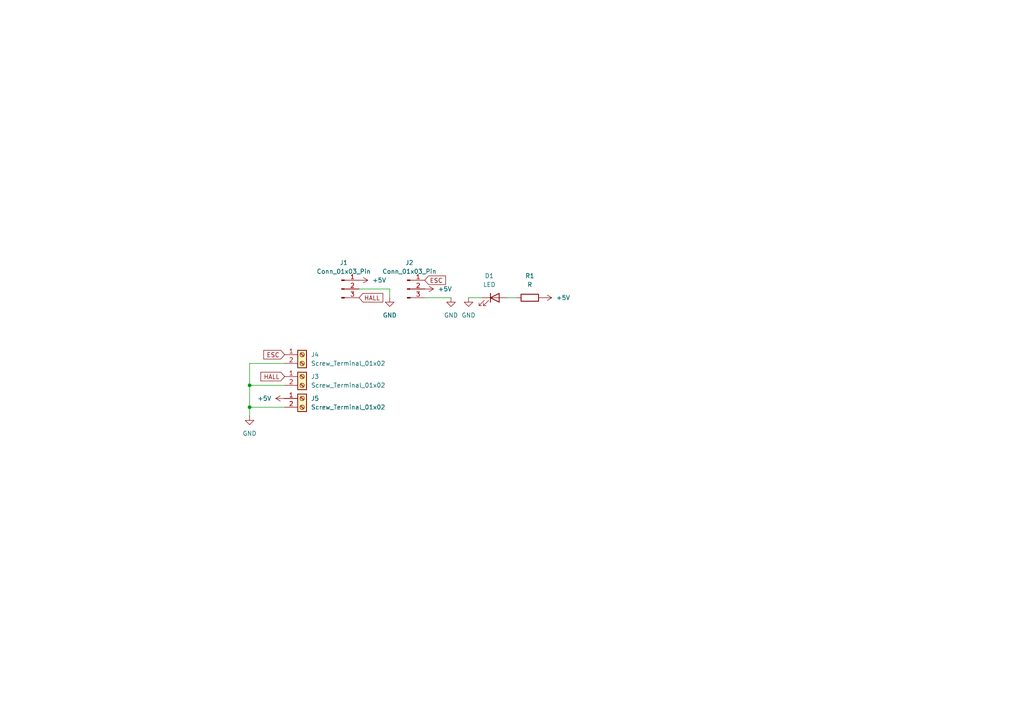
<source format=kicad_sch>
(kicad_sch
	(version 20250114)
	(generator "eeschema")
	(generator_version "9.0")
	(uuid "131dbee1-75dd-48ac-895c-a8c2c0e267a9")
	(paper "A4")
	(lib_symbols
		(symbol "Connector:Conn_01x03_Pin"
			(pin_names
				(offset 1.016)
				(hide yes)
			)
			(exclude_from_sim no)
			(in_bom yes)
			(on_board yes)
			(property "Reference" "J"
				(at 0 5.08 0)
				(effects
					(font
						(size 1.27 1.27)
					)
				)
			)
			(property "Value" "Conn_01x03_Pin"
				(at 0 -5.08 0)
				(effects
					(font
						(size 1.27 1.27)
					)
				)
			)
			(property "Footprint" ""
				(at 0 0 0)
				(effects
					(font
						(size 1.27 1.27)
					)
					(hide yes)
				)
			)
			(property "Datasheet" "~"
				(at 0 0 0)
				(effects
					(font
						(size 1.27 1.27)
					)
					(hide yes)
				)
			)
			(property "Description" "Generic connector, single row, 01x03, script generated"
				(at 0 0 0)
				(effects
					(font
						(size 1.27 1.27)
					)
					(hide yes)
				)
			)
			(property "ki_locked" ""
				(at 0 0 0)
				(effects
					(font
						(size 1.27 1.27)
					)
				)
			)
			(property "ki_keywords" "connector"
				(at 0 0 0)
				(effects
					(font
						(size 1.27 1.27)
					)
					(hide yes)
				)
			)
			(property "ki_fp_filters" "Connector*:*_1x??_*"
				(at 0 0 0)
				(effects
					(font
						(size 1.27 1.27)
					)
					(hide yes)
				)
			)
			(symbol "Conn_01x03_Pin_1_1"
				(rectangle
					(start 0.8636 2.667)
					(end 0 2.413)
					(stroke
						(width 0.1524)
						(type default)
					)
					(fill
						(type outline)
					)
				)
				(rectangle
					(start 0.8636 0.127)
					(end 0 -0.127)
					(stroke
						(width 0.1524)
						(type default)
					)
					(fill
						(type outline)
					)
				)
				(rectangle
					(start 0.8636 -2.413)
					(end 0 -2.667)
					(stroke
						(width 0.1524)
						(type default)
					)
					(fill
						(type outline)
					)
				)
				(polyline
					(pts
						(xy 1.27 2.54) (xy 0.8636 2.54)
					)
					(stroke
						(width 0.1524)
						(type default)
					)
					(fill
						(type none)
					)
				)
				(polyline
					(pts
						(xy 1.27 0) (xy 0.8636 0)
					)
					(stroke
						(width 0.1524)
						(type default)
					)
					(fill
						(type none)
					)
				)
				(polyline
					(pts
						(xy 1.27 -2.54) (xy 0.8636 -2.54)
					)
					(stroke
						(width 0.1524)
						(type default)
					)
					(fill
						(type none)
					)
				)
				(pin passive line
					(at 5.08 2.54 180)
					(length 3.81)
					(name "Pin_1"
						(effects
							(font
								(size 1.27 1.27)
							)
						)
					)
					(number "1"
						(effects
							(font
								(size 1.27 1.27)
							)
						)
					)
				)
				(pin passive line
					(at 5.08 0 180)
					(length 3.81)
					(name "Pin_2"
						(effects
							(font
								(size 1.27 1.27)
							)
						)
					)
					(number "2"
						(effects
							(font
								(size 1.27 1.27)
							)
						)
					)
				)
				(pin passive line
					(at 5.08 -2.54 180)
					(length 3.81)
					(name "Pin_3"
						(effects
							(font
								(size 1.27 1.27)
							)
						)
					)
					(number "3"
						(effects
							(font
								(size 1.27 1.27)
							)
						)
					)
				)
			)
			(embedded_fonts no)
		)
		(symbol "Connector:Screw_Terminal_01x02"
			(pin_names
				(offset 1.016)
				(hide yes)
			)
			(exclude_from_sim no)
			(in_bom yes)
			(on_board yes)
			(property "Reference" "J"
				(at 0 2.54 0)
				(effects
					(font
						(size 1.27 1.27)
					)
				)
			)
			(property "Value" "Screw_Terminal_01x02"
				(at 0 -5.08 0)
				(effects
					(font
						(size 1.27 1.27)
					)
				)
			)
			(property "Footprint" ""
				(at 0 0 0)
				(effects
					(font
						(size 1.27 1.27)
					)
					(hide yes)
				)
			)
			(property "Datasheet" "~"
				(at 0 0 0)
				(effects
					(font
						(size 1.27 1.27)
					)
					(hide yes)
				)
			)
			(property "Description" "Generic screw terminal, single row, 01x02, script generated (kicad-library-utils/schlib/autogen/connector/)"
				(at 0 0 0)
				(effects
					(font
						(size 1.27 1.27)
					)
					(hide yes)
				)
			)
			(property "ki_keywords" "screw terminal"
				(at 0 0 0)
				(effects
					(font
						(size 1.27 1.27)
					)
					(hide yes)
				)
			)
			(property "ki_fp_filters" "TerminalBlock*:*"
				(at 0 0 0)
				(effects
					(font
						(size 1.27 1.27)
					)
					(hide yes)
				)
			)
			(symbol "Screw_Terminal_01x02_1_1"
				(rectangle
					(start -1.27 1.27)
					(end 1.27 -3.81)
					(stroke
						(width 0.254)
						(type default)
					)
					(fill
						(type background)
					)
				)
				(polyline
					(pts
						(xy -0.5334 0.3302) (xy 0.3302 -0.508)
					)
					(stroke
						(width 0.1524)
						(type default)
					)
					(fill
						(type none)
					)
				)
				(polyline
					(pts
						(xy -0.5334 -2.2098) (xy 0.3302 -3.048)
					)
					(stroke
						(width 0.1524)
						(type default)
					)
					(fill
						(type none)
					)
				)
				(polyline
					(pts
						(xy -0.3556 0.508) (xy 0.508 -0.3302)
					)
					(stroke
						(width 0.1524)
						(type default)
					)
					(fill
						(type none)
					)
				)
				(polyline
					(pts
						(xy -0.3556 -2.032) (xy 0.508 -2.8702)
					)
					(stroke
						(width 0.1524)
						(type default)
					)
					(fill
						(type none)
					)
				)
				(circle
					(center 0 0)
					(radius 0.635)
					(stroke
						(width 0.1524)
						(type default)
					)
					(fill
						(type none)
					)
				)
				(circle
					(center 0 -2.54)
					(radius 0.635)
					(stroke
						(width 0.1524)
						(type default)
					)
					(fill
						(type none)
					)
				)
				(pin passive line
					(at -5.08 0 0)
					(length 3.81)
					(name "Pin_1"
						(effects
							(font
								(size 1.27 1.27)
							)
						)
					)
					(number "1"
						(effects
							(font
								(size 1.27 1.27)
							)
						)
					)
				)
				(pin passive line
					(at -5.08 -2.54 0)
					(length 3.81)
					(name "Pin_2"
						(effects
							(font
								(size 1.27 1.27)
							)
						)
					)
					(number "2"
						(effects
							(font
								(size 1.27 1.27)
							)
						)
					)
				)
			)
			(embedded_fonts no)
		)
		(symbol "Device:LED"
			(pin_numbers
				(hide yes)
			)
			(pin_names
				(offset 1.016)
				(hide yes)
			)
			(exclude_from_sim no)
			(in_bom yes)
			(on_board yes)
			(property "Reference" "D"
				(at 0 2.54 0)
				(effects
					(font
						(size 1.27 1.27)
					)
				)
			)
			(property "Value" "LED"
				(at 0 -2.54 0)
				(effects
					(font
						(size 1.27 1.27)
					)
				)
			)
			(property "Footprint" ""
				(at 0 0 0)
				(effects
					(font
						(size 1.27 1.27)
					)
					(hide yes)
				)
			)
			(property "Datasheet" "~"
				(at 0 0 0)
				(effects
					(font
						(size 1.27 1.27)
					)
					(hide yes)
				)
			)
			(property "Description" "Light emitting diode"
				(at 0 0 0)
				(effects
					(font
						(size 1.27 1.27)
					)
					(hide yes)
				)
			)
			(property "Sim.Pins" "1=K 2=A"
				(at 0 0 0)
				(effects
					(font
						(size 1.27 1.27)
					)
					(hide yes)
				)
			)
			(property "ki_keywords" "LED diode"
				(at 0 0 0)
				(effects
					(font
						(size 1.27 1.27)
					)
					(hide yes)
				)
			)
			(property "ki_fp_filters" "LED* LED_SMD:* LED_THT:*"
				(at 0 0 0)
				(effects
					(font
						(size 1.27 1.27)
					)
					(hide yes)
				)
			)
			(symbol "LED_0_1"
				(polyline
					(pts
						(xy -3.048 -0.762) (xy -4.572 -2.286) (xy -3.81 -2.286) (xy -4.572 -2.286) (xy -4.572 -1.524)
					)
					(stroke
						(width 0)
						(type default)
					)
					(fill
						(type none)
					)
				)
				(polyline
					(pts
						(xy -1.778 -0.762) (xy -3.302 -2.286) (xy -2.54 -2.286) (xy -3.302 -2.286) (xy -3.302 -1.524)
					)
					(stroke
						(width 0)
						(type default)
					)
					(fill
						(type none)
					)
				)
				(polyline
					(pts
						(xy -1.27 0) (xy 1.27 0)
					)
					(stroke
						(width 0)
						(type default)
					)
					(fill
						(type none)
					)
				)
				(polyline
					(pts
						(xy -1.27 -1.27) (xy -1.27 1.27)
					)
					(stroke
						(width 0.254)
						(type default)
					)
					(fill
						(type none)
					)
				)
				(polyline
					(pts
						(xy 1.27 -1.27) (xy 1.27 1.27) (xy -1.27 0) (xy 1.27 -1.27)
					)
					(stroke
						(width 0.254)
						(type default)
					)
					(fill
						(type none)
					)
				)
			)
			(symbol "LED_1_1"
				(pin passive line
					(at -3.81 0 0)
					(length 2.54)
					(name "K"
						(effects
							(font
								(size 1.27 1.27)
							)
						)
					)
					(number "1"
						(effects
							(font
								(size 1.27 1.27)
							)
						)
					)
				)
				(pin passive line
					(at 3.81 0 180)
					(length 2.54)
					(name "A"
						(effects
							(font
								(size 1.27 1.27)
							)
						)
					)
					(number "2"
						(effects
							(font
								(size 1.27 1.27)
							)
						)
					)
				)
			)
			(embedded_fonts no)
		)
		(symbol "Device:R"
			(pin_numbers
				(hide yes)
			)
			(pin_names
				(offset 0)
			)
			(exclude_from_sim no)
			(in_bom yes)
			(on_board yes)
			(property "Reference" "R"
				(at 2.032 0 90)
				(effects
					(font
						(size 1.27 1.27)
					)
				)
			)
			(property "Value" "R"
				(at 0 0 90)
				(effects
					(font
						(size 1.27 1.27)
					)
				)
			)
			(property "Footprint" ""
				(at -1.778 0 90)
				(effects
					(font
						(size 1.27 1.27)
					)
					(hide yes)
				)
			)
			(property "Datasheet" "~"
				(at 0 0 0)
				(effects
					(font
						(size 1.27 1.27)
					)
					(hide yes)
				)
			)
			(property "Description" "Resistor"
				(at 0 0 0)
				(effects
					(font
						(size 1.27 1.27)
					)
					(hide yes)
				)
			)
			(property "ki_keywords" "R res resistor"
				(at 0 0 0)
				(effects
					(font
						(size 1.27 1.27)
					)
					(hide yes)
				)
			)
			(property "ki_fp_filters" "R_*"
				(at 0 0 0)
				(effects
					(font
						(size 1.27 1.27)
					)
					(hide yes)
				)
			)
			(symbol "R_0_1"
				(rectangle
					(start -1.016 -2.54)
					(end 1.016 2.54)
					(stroke
						(width 0.254)
						(type default)
					)
					(fill
						(type none)
					)
				)
			)
			(symbol "R_1_1"
				(pin passive line
					(at 0 3.81 270)
					(length 1.27)
					(name "~"
						(effects
							(font
								(size 1.27 1.27)
							)
						)
					)
					(number "1"
						(effects
							(font
								(size 1.27 1.27)
							)
						)
					)
				)
				(pin passive line
					(at 0 -3.81 90)
					(length 1.27)
					(name "~"
						(effects
							(font
								(size 1.27 1.27)
							)
						)
					)
					(number "2"
						(effects
							(font
								(size 1.27 1.27)
							)
						)
					)
				)
			)
			(embedded_fonts no)
		)
		(symbol "power:+5V"
			(power)
			(pin_numbers
				(hide yes)
			)
			(pin_names
				(offset 0)
				(hide yes)
			)
			(exclude_from_sim no)
			(in_bom yes)
			(on_board yes)
			(property "Reference" "#PWR"
				(at 0 -3.81 0)
				(effects
					(font
						(size 1.27 1.27)
					)
					(hide yes)
				)
			)
			(property "Value" "+5V"
				(at 0 3.556 0)
				(effects
					(font
						(size 1.27 1.27)
					)
				)
			)
			(property "Footprint" ""
				(at 0 0 0)
				(effects
					(font
						(size 1.27 1.27)
					)
					(hide yes)
				)
			)
			(property "Datasheet" ""
				(at 0 0 0)
				(effects
					(font
						(size 1.27 1.27)
					)
					(hide yes)
				)
			)
			(property "Description" "Power symbol creates a global label with name \"+5V\""
				(at 0 0 0)
				(effects
					(font
						(size 1.27 1.27)
					)
					(hide yes)
				)
			)
			(property "ki_keywords" "global power"
				(at 0 0 0)
				(effects
					(font
						(size 1.27 1.27)
					)
					(hide yes)
				)
			)
			(symbol "+5V_0_1"
				(polyline
					(pts
						(xy -0.762 1.27) (xy 0 2.54)
					)
					(stroke
						(width 0)
						(type default)
					)
					(fill
						(type none)
					)
				)
				(polyline
					(pts
						(xy 0 2.54) (xy 0.762 1.27)
					)
					(stroke
						(width 0)
						(type default)
					)
					(fill
						(type none)
					)
				)
				(polyline
					(pts
						(xy 0 0) (xy 0 2.54)
					)
					(stroke
						(width 0)
						(type default)
					)
					(fill
						(type none)
					)
				)
			)
			(symbol "+5V_1_1"
				(pin power_in line
					(at 0 0 90)
					(length 0)
					(name "~"
						(effects
							(font
								(size 1.27 1.27)
							)
						)
					)
					(number "1"
						(effects
							(font
								(size 1.27 1.27)
							)
						)
					)
				)
			)
			(embedded_fonts no)
		)
		(symbol "power:GND"
			(power)
			(pin_numbers
				(hide yes)
			)
			(pin_names
				(offset 0)
				(hide yes)
			)
			(exclude_from_sim no)
			(in_bom yes)
			(on_board yes)
			(property "Reference" "#PWR"
				(at 0 -6.35 0)
				(effects
					(font
						(size 1.27 1.27)
					)
					(hide yes)
				)
			)
			(property "Value" "GND"
				(at 0 -3.81 0)
				(effects
					(font
						(size 1.27 1.27)
					)
				)
			)
			(property "Footprint" ""
				(at 0 0 0)
				(effects
					(font
						(size 1.27 1.27)
					)
					(hide yes)
				)
			)
			(property "Datasheet" ""
				(at 0 0 0)
				(effects
					(font
						(size 1.27 1.27)
					)
					(hide yes)
				)
			)
			(property "Description" "Power symbol creates a global label with name \"GND\" , ground"
				(at 0 0 0)
				(effects
					(font
						(size 1.27 1.27)
					)
					(hide yes)
				)
			)
			(property "ki_keywords" "global power"
				(at 0 0 0)
				(effects
					(font
						(size 1.27 1.27)
					)
					(hide yes)
				)
			)
			(symbol "GND_0_1"
				(polyline
					(pts
						(xy 0 0) (xy 0 -1.27) (xy 1.27 -1.27) (xy 0 -2.54) (xy -1.27 -1.27) (xy 0 -1.27)
					)
					(stroke
						(width 0)
						(type default)
					)
					(fill
						(type none)
					)
				)
			)
			(symbol "GND_1_1"
				(pin power_in line
					(at 0 0 270)
					(length 0)
					(name "~"
						(effects
							(font
								(size 1.27 1.27)
							)
						)
					)
					(number "1"
						(effects
							(font
								(size 1.27 1.27)
							)
						)
					)
				)
			)
			(embedded_fonts no)
		)
	)
	(junction
		(at 72.39 111.76)
		(diameter 0)
		(color 0 0 0 0)
		(uuid "28f4dca4-4c25-4fe1-957c-84665544d460")
	)
	(junction
		(at 72.39 118.11)
		(diameter 0)
		(color 0 0 0 0)
		(uuid "d65c7c1f-b4c9-472b-abfd-5926d8b8ad78")
	)
	(wire
		(pts
			(xy 72.39 105.41) (xy 72.39 111.76)
		)
		(stroke
			(width 0)
			(type default)
		)
		(uuid "00e63a44-fe81-4bf7-9e66-3813588f7780")
	)
	(wire
		(pts
			(xy 135.89 86.36) (xy 139.7 86.36)
		)
		(stroke
			(width 0)
			(type default)
		)
		(uuid "087f209f-6f4e-437c-9440-1e4ff6caeb91")
	)
	(wire
		(pts
			(xy 72.39 111.76) (xy 82.55 111.76)
		)
		(stroke
			(width 0)
			(type default)
		)
		(uuid "0b27cb79-5f22-4e4d-a287-298fad6b5ad9")
	)
	(wire
		(pts
			(xy 72.39 118.11) (xy 72.39 120.65)
		)
		(stroke
			(width 0)
			(type default)
		)
		(uuid "13082c9a-522f-4bc6-a43b-c8fe36353f87")
	)
	(wire
		(pts
			(xy 72.39 111.76) (xy 72.39 118.11)
		)
		(stroke
			(width 0)
			(type default)
		)
		(uuid "335d6d10-be1f-4cea-8758-c3d574edb433")
	)
	(wire
		(pts
			(xy 82.55 105.41) (xy 72.39 105.41)
		)
		(stroke
			(width 0)
			(type default)
		)
		(uuid "34f3a3a9-ee16-478b-89ef-2385b1ff42f8")
	)
	(wire
		(pts
			(xy 72.39 118.11) (xy 82.55 118.11)
		)
		(stroke
			(width 0)
			(type default)
		)
		(uuid "3e22bc6c-b7b8-46f2-91d7-b4b8e57bc817")
	)
	(wire
		(pts
			(xy 147.32 86.36) (xy 149.86 86.36)
		)
		(stroke
			(width 0)
			(type default)
		)
		(uuid "555c2aff-6767-4c9a-ad6d-145a7d5b61d4")
	)
	(wire
		(pts
			(xy 113.03 83.82) (xy 113.03 86.36)
		)
		(stroke
			(width 0)
			(type default)
		)
		(uuid "63748eeb-af68-4857-bf35-dd6f7e0ab0af")
	)
	(wire
		(pts
			(xy 104.14 83.82) (xy 113.03 83.82)
		)
		(stroke
			(width 0)
			(type default)
		)
		(uuid "c0f5f4a4-6841-495c-81aa-f024ee23dca6")
	)
	(wire
		(pts
			(xy 123.19 86.36) (xy 130.81 86.36)
		)
		(stroke
			(width 0)
			(type default)
		)
		(uuid "e5baa8bb-3b16-4831-890f-3ee243331f0f")
	)
	(global_label "ESC"
		(shape input)
		(at 123.19 81.28 0)
		(fields_autoplaced yes)
		(effects
			(font
				(size 1.27 1.27)
			)
			(justify left)
		)
		(uuid "349418bd-3c5c-4990-9420-0cab51e1a7b7")
		(property "Intersheetrefs" "${INTERSHEET_REFS}"
			(at 129.8037 81.28 0)
			(effects
				(font
					(size 1.27 1.27)
				)
				(justify left)
				(hide yes)
			)
		)
	)
	(global_label "ESC"
		(shape input)
		(at 82.55 102.87 180)
		(fields_autoplaced yes)
		(effects
			(font
				(size 1.27 1.27)
			)
			(justify right)
		)
		(uuid "43efe032-4543-48ee-8b07-df43f8f54f24")
		(property "Intersheetrefs" "${INTERSHEET_REFS}"
			(at 75.9363 102.87 0)
			(effects
				(font
					(size 1.27 1.27)
				)
				(justify right)
				(hide yes)
			)
		)
	)
	(global_label "HALL"
		(shape input)
		(at 104.14 86.36 0)
		(fields_autoplaced yes)
		(effects
			(font
				(size 1.27 1.27)
			)
			(justify left)
		)
		(uuid "48007080-729c-4c57-b619-be7c051a6072")
		(property "Intersheetrefs" "${INTERSHEET_REFS}"
			(at 111.6005 86.36 0)
			(effects
				(font
					(size 1.27 1.27)
				)
				(justify left)
				(hide yes)
			)
		)
	)
	(global_label "HALL"
		(shape input)
		(at 82.55 109.22 180)
		(fields_autoplaced yes)
		(effects
			(font
				(size 1.27 1.27)
			)
			(justify right)
		)
		(uuid "ff9cd531-26c6-4b1d-9c0e-6f3a9d57ed6c")
		(property "Intersheetrefs" "${INTERSHEET_REFS}"
			(at 75.0895 109.22 0)
			(effects
				(font
					(size 1.27 1.27)
				)
				(justify right)
				(hide yes)
			)
		)
	)
	(symbol
		(lib_id "Connector:Conn_01x03_Pin")
		(at 99.06 83.82 0)
		(unit 1)
		(exclude_from_sim no)
		(in_bom yes)
		(on_board yes)
		(dnp no)
		(fields_autoplaced yes)
		(uuid "02b1fed0-ff3a-430f-bffd-6998b9c4c73f")
		(property "Reference" "J1"
			(at 99.695 76.2 0)
			(effects
				(font
					(size 1.27 1.27)
				)
			)
		)
		(property "Value" "Conn_01x03_Pin"
			(at 99.695 78.74 0)
			(effects
				(font
					(size 1.27 1.27)
				)
			)
		)
		(property "Footprint" "Connector_PinSocket_2.54mm:PinSocket_1x03_P2.54mm_Vertical"
			(at 99.06 83.82 0)
			(effects
				(font
					(size 1.27 1.27)
				)
				(hide yes)
			)
		)
		(property "Datasheet" "~"
			(at 99.06 83.82 0)
			(effects
				(font
					(size 1.27 1.27)
				)
				(hide yes)
			)
		)
		(property "Description" "Generic connector, single row, 01x03, script generated"
			(at 99.06 83.82 0)
			(effects
				(font
					(size 1.27 1.27)
				)
				(hide yes)
			)
		)
		(pin "1"
			(uuid "08c4734a-a377-4b26-a038-77581f97ea5b")
		)
		(pin "2"
			(uuid "34c675a1-3461-474b-9fc8-9938bdedbd86")
		)
		(pin "3"
			(uuid "54eef572-c92e-4155-a129-9e28b391950c")
		)
		(instances
			(project ""
				(path "/131dbee1-75dd-48ac-895c-a8c2c0e267a9"
					(reference "J1")
					(unit 1)
				)
			)
		)
	)
	(symbol
		(lib_id "power:+5V")
		(at 157.48 86.36 270)
		(unit 1)
		(exclude_from_sim no)
		(in_bom yes)
		(on_board yes)
		(dnp no)
		(fields_autoplaced yes)
		(uuid "0ff552b9-81be-4cc3-a23e-35c36a66390c")
		(property "Reference" "#PWR06"
			(at 153.67 86.36 0)
			(effects
				(font
					(size 1.27 1.27)
				)
				(hide yes)
			)
		)
		(property "Value" "+5V"
			(at 161.29 86.3599 90)
			(effects
				(font
					(size 1.27 1.27)
				)
				(justify left)
			)
		)
		(property "Footprint" ""
			(at 157.48 86.36 0)
			(effects
				(font
					(size 1.27 1.27)
				)
				(hide yes)
			)
		)
		(property "Datasheet" ""
			(at 157.48 86.36 0)
			(effects
				(font
					(size 1.27 1.27)
				)
				(hide yes)
			)
		)
		(property "Description" "Power symbol creates a global label with name \"+5V\""
			(at 157.48 86.36 0)
			(effects
				(font
					(size 1.27 1.27)
				)
				(hide yes)
			)
		)
		(pin "1"
			(uuid "a6ac067c-d9d1-4614-99e1-709f5cd1ec58")
		)
		(instances
			(project "Daughterboard"
				(path "/131dbee1-75dd-48ac-895c-a8c2c0e267a9"
					(reference "#PWR06")
					(unit 1)
				)
			)
		)
	)
	(symbol
		(lib_id "Device:LED")
		(at 143.51 86.36 0)
		(unit 1)
		(exclude_from_sim no)
		(in_bom yes)
		(on_board yes)
		(dnp no)
		(fields_autoplaced yes)
		(uuid "23e38015-f9d3-4f54-b6df-02dac629381a")
		(property "Reference" "D1"
			(at 141.9225 80.01 0)
			(effects
				(font
					(size 1.27 1.27)
				)
			)
		)
		(property "Value" "LED"
			(at 141.9225 82.55 0)
			(effects
				(font
					(size 1.27 1.27)
				)
			)
		)
		(property "Footprint" "LED_THT:LED_D5.0mm"
			(at 143.51 86.36 0)
			(effects
				(font
					(size 1.27 1.27)
				)
				(hide yes)
			)
		)
		(property "Datasheet" "~"
			(at 143.51 86.36 0)
			(effects
				(font
					(size 1.27 1.27)
				)
				(hide yes)
			)
		)
		(property "Description" "Light emitting diode"
			(at 143.51 86.36 0)
			(effects
				(font
					(size 1.27 1.27)
				)
				(hide yes)
			)
		)
		(property "Sim.Pins" "1=K 2=A"
			(at 143.51 86.36 0)
			(effects
				(font
					(size 1.27 1.27)
				)
				(hide yes)
			)
		)
		(pin "2"
			(uuid "873ab26d-2362-4ef7-ba88-4efa13a77ada")
		)
		(pin "1"
			(uuid "87a243c0-e0ee-4f70-8cf2-c711a192d3e1")
		)
		(instances
			(project ""
				(path "/131dbee1-75dd-48ac-895c-a8c2c0e267a9"
					(reference "D1")
					(unit 1)
				)
			)
		)
	)
	(symbol
		(lib_id "Connector:Conn_01x03_Pin")
		(at 118.11 83.82 0)
		(unit 1)
		(exclude_from_sim no)
		(in_bom yes)
		(on_board yes)
		(dnp no)
		(fields_autoplaced yes)
		(uuid "30cb7ee6-df81-4aa0-b00a-895579fd7c23")
		(property "Reference" "J2"
			(at 118.745 76.2 0)
			(effects
				(font
					(size 1.27 1.27)
				)
			)
		)
		(property "Value" "Conn_01x03_Pin"
			(at 118.745 78.74 0)
			(effects
				(font
					(size 1.27 1.27)
				)
			)
		)
		(property "Footprint" "Connector_PinSocket_2.54mm:PinSocket_1x03_P2.54mm_Vertical"
			(at 118.11 83.82 0)
			(effects
				(font
					(size 1.27 1.27)
				)
				(hide yes)
			)
		)
		(property "Datasheet" "~"
			(at 118.11 83.82 0)
			(effects
				(font
					(size 1.27 1.27)
				)
				(hide yes)
			)
		)
		(property "Description" "Generic connector, single row, 01x03, script generated"
			(at 118.11 83.82 0)
			(effects
				(font
					(size 1.27 1.27)
				)
				(hide yes)
			)
		)
		(pin "1"
			(uuid "1a2f5905-c490-4393-88e8-1594d76304c4")
		)
		(pin "2"
			(uuid "b52d1d7e-5f47-463e-8c86-71d7fce2d552")
		)
		(pin "3"
			(uuid "8c4b585b-eddb-4ed4-b09a-cdab1e6fe372")
		)
		(instances
			(project "Daughterboard"
				(path "/131dbee1-75dd-48ac-895c-a8c2c0e267a9"
					(reference "J2")
					(unit 1)
				)
			)
		)
	)
	(symbol
		(lib_id "power:+5V")
		(at 104.14 81.28 270)
		(unit 1)
		(exclude_from_sim no)
		(in_bom yes)
		(on_board yes)
		(dnp no)
		(fields_autoplaced yes)
		(uuid "37066d2f-0f60-4340-b9b1-022078e38f29")
		(property "Reference" "#PWR03"
			(at 100.33 81.28 0)
			(effects
				(font
					(size 1.27 1.27)
				)
				(hide yes)
			)
		)
		(property "Value" "+5V"
			(at 107.95 81.2799 90)
			(effects
				(font
					(size 1.27 1.27)
				)
				(justify left)
			)
		)
		(property "Footprint" ""
			(at 104.14 81.28 0)
			(effects
				(font
					(size 1.27 1.27)
				)
				(hide yes)
			)
		)
		(property "Datasheet" ""
			(at 104.14 81.28 0)
			(effects
				(font
					(size 1.27 1.27)
				)
				(hide yes)
			)
		)
		(property "Description" "Power symbol creates a global label with name \"+5V\""
			(at 104.14 81.28 0)
			(effects
				(font
					(size 1.27 1.27)
				)
				(hide yes)
			)
		)
		(pin "1"
			(uuid "7fe22938-acfa-4be4-bcf2-c0104fe92dd9")
		)
		(instances
			(project "Daughterboard"
				(path "/131dbee1-75dd-48ac-895c-a8c2c0e267a9"
					(reference "#PWR03")
					(unit 1)
				)
			)
		)
	)
	(symbol
		(lib_id "Connector:Screw_Terminal_01x02")
		(at 87.63 115.57 0)
		(unit 1)
		(exclude_from_sim no)
		(in_bom yes)
		(on_board yes)
		(dnp no)
		(fields_autoplaced yes)
		(uuid "5cb0a22b-b961-4408-a369-13facf58da79")
		(property "Reference" "J5"
			(at 90.17 115.5699 0)
			(effects
				(font
					(size 1.27 1.27)
				)
				(justify left)
			)
		)
		(property "Value" "Screw_Terminal_01x02"
			(at 90.17 118.1099 0)
			(effects
				(font
					(size 1.27 1.27)
				)
				(justify left)
			)
		)
		(property "Footprint" "TerminalBlock_4Ucon:TerminalBlock_4Ucon_1x02_P3.50mm_Vertical"
			(at 87.63 115.57 0)
			(effects
				(font
					(size 1.27 1.27)
				)
				(hide yes)
			)
		)
		(property "Datasheet" "~"
			(at 87.63 115.57 0)
			(effects
				(font
					(size 1.27 1.27)
				)
				(hide yes)
			)
		)
		(property "Description" "Generic screw terminal, single row, 01x02, script generated (kicad-library-utils/schlib/autogen/connector/)"
			(at 87.63 115.57 0)
			(effects
				(font
					(size 1.27 1.27)
				)
				(hide yes)
			)
		)
		(pin "1"
			(uuid "8fd88e46-0fbf-4b9d-bdff-dd2829d41585")
		)
		(pin "2"
			(uuid "a44d8bfe-d1eb-4e44-a1ef-2d0d47483a17")
		)
		(instances
			(project "Daughterboard"
				(path "/131dbee1-75dd-48ac-895c-a8c2c0e267a9"
					(reference "J5")
					(unit 1)
				)
			)
		)
	)
	(symbol
		(lib_id "power:GND")
		(at 72.39 120.65 0)
		(unit 1)
		(exclude_from_sim no)
		(in_bom yes)
		(on_board yes)
		(dnp no)
		(fields_autoplaced yes)
		(uuid "67996049-0cb4-4b47-a491-f7d514de33b0")
		(property "Reference" "#PWR07"
			(at 72.39 127 0)
			(effects
				(font
					(size 1.27 1.27)
				)
				(hide yes)
			)
		)
		(property "Value" "GND"
			(at 72.39 125.73 0)
			(effects
				(font
					(size 1.27 1.27)
				)
			)
		)
		(property "Footprint" ""
			(at 72.39 120.65 0)
			(effects
				(font
					(size 1.27 1.27)
				)
				(hide yes)
			)
		)
		(property "Datasheet" ""
			(at 72.39 120.65 0)
			(effects
				(font
					(size 1.27 1.27)
				)
				(hide yes)
			)
		)
		(property "Description" "Power symbol creates a global label with name \"GND\" , ground"
			(at 72.39 120.65 0)
			(effects
				(font
					(size 1.27 1.27)
				)
				(hide yes)
			)
		)
		(pin "1"
			(uuid "1dc700aa-5eb7-4b35-b5a3-ec2aeac60641")
		)
		(instances
			(project "Daughterboard"
				(path "/131dbee1-75dd-48ac-895c-a8c2c0e267a9"
					(reference "#PWR07")
					(unit 1)
				)
			)
		)
	)
	(symbol
		(lib_id "Device:R")
		(at 153.67 86.36 90)
		(unit 1)
		(exclude_from_sim no)
		(in_bom yes)
		(on_board yes)
		(dnp no)
		(fields_autoplaced yes)
		(uuid "6bd2c842-8c67-42a6-8612-80308cd13e62")
		(property "Reference" "R1"
			(at 153.67 80.01 90)
			(effects
				(font
					(size 1.27 1.27)
				)
			)
		)
		(property "Value" "R"
			(at 153.67 82.55 90)
			(effects
				(font
					(size 1.27 1.27)
				)
			)
		)
		(property "Footprint" "Resistor_THT:R_Axial_DIN0207_L6.3mm_D2.5mm_P7.62mm_Horizontal"
			(at 153.67 88.138 90)
			(effects
				(font
					(size 1.27 1.27)
				)
				(hide yes)
			)
		)
		(property "Datasheet" "~"
			(at 153.67 86.36 0)
			(effects
				(font
					(size 1.27 1.27)
				)
				(hide yes)
			)
		)
		(property "Description" "Resistor"
			(at 153.67 86.36 0)
			(effects
				(font
					(size 1.27 1.27)
				)
				(hide yes)
			)
		)
		(pin "1"
			(uuid "32dd6f2d-9485-4ed9-a781-1de91a975734")
		)
		(pin "2"
			(uuid "39edc36d-3e65-4fdf-b0da-16c2e68df9f6")
		)
		(instances
			(project ""
				(path "/131dbee1-75dd-48ac-895c-a8c2c0e267a9"
					(reference "R1")
					(unit 1)
				)
			)
		)
	)
	(symbol
		(lib_id "power:GND")
		(at 130.81 86.36 0)
		(unit 1)
		(exclude_from_sim no)
		(in_bom yes)
		(on_board yes)
		(dnp no)
		(fields_autoplaced yes)
		(uuid "949a2ee1-50cd-4250-867f-f8b9c6c1a216")
		(property "Reference" "#PWR01"
			(at 130.81 92.71 0)
			(effects
				(font
					(size 1.27 1.27)
				)
				(hide yes)
			)
		)
		(property "Value" "GND"
			(at 130.81 91.44 0)
			(effects
				(font
					(size 1.27 1.27)
				)
			)
		)
		(property "Footprint" ""
			(at 130.81 86.36 0)
			(effects
				(font
					(size 1.27 1.27)
				)
				(hide yes)
			)
		)
		(property "Datasheet" ""
			(at 130.81 86.36 0)
			(effects
				(font
					(size 1.27 1.27)
				)
				(hide yes)
			)
		)
		(property "Description" "Power symbol creates a global label with name \"GND\" , ground"
			(at 130.81 86.36 0)
			(effects
				(font
					(size 1.27 1.27)
				)
				(hide yes)
			)
		)
		(pin "1"
			(uuid "7e9b645f-ded1-43ae-aed7-aabd6d95feb8")
		)
		(instances
			(project ""
				(path "/131dbee1-75dd-48ac-895c-a8c2c0e267a9"
					(reference "#PWR01")
					(unit 1)
				)
			)
		)
	)
	(symbol
		(lib_id "power:+5V")
		(at 82.55 115.57 90)
		(unit 1)
		(exclude_from_sim no)
		(in_bom yes)
		(on_board yes)
		(dnp no)
		(fields_autoplaced yes)
		(uuid "a9fc70f0-8744-48b1-91c0-9e8eaa0ea91f")
		(property "Reference" "#PWR08"
			(at 86.36 115.57 0)
			(effects
				(font
					(size 1.27 1.27)
				)
				(hide yes)
			)
		)
		(property "Value" "+5V"
			(at 78.74 115.5699 90)
			(effects
				(font
					(size 1.27 1.27)
				)
				(justify left)
			)
		)
		(property "Footprint" ""
			(at 82.55 115.57 0)
			(effects
				(font
					(size 1.27 1.27)
				)
				(hide yes)
			)
		)
		(property "Datasheet" ""
			(at 82.55 115.57 0)
			(effects
				(font
					(size 1.27 1.27)
				)
				(hide yes)
			)
		)
		(property "Description" "Power symbol creates a global label with name \"+5V\""
			(at 82.55 115.57 0)
			(effects
				(font
					(size 1.27 1.27)
				)
				(hide yes)
			)
		)
		(pin "1"
			(uuid "21449278-212a-4be9-9ed5-ec4096aa16be")
		)
		(instances
			(project "Daughterboard"
				(path "/131dbee1-75dd-48ac-895c-a8c2c0e267a9"
					(reference "#PWR08")
					(unit 1)
				)
			)
		)
	)
	(symbol
		(lib_id "Connector:Screw_Terminal_01x02")
		(at 87.63 102.87 0)
		(unit 1)
		(exclude_from_sim no)
		(in_bom yes)
		(on_board yes)
		(dnp no)
		(fields_autoplaced yes)
		(uuid "c383226d-875e-477d-91ac-7e8b760f42b4")
		(property "Reference" "J4"
			(at 90.17 102.8699 0)
			(effects
				(font
					(size 1.27 1.27)
				)
				(justify left)
			)
		)
		(property "Value" "Screw_Terminal_01x02"
			(at 90.17 105.4099 0)
			(effects
				(font
					(size 1.27 1.27)
				)
				(justify left)
			)
		)
		(property "Footprint" "TerminalBlock_4Ucon:TerminalBlock_4Ucon_1x02_P3.50mm_Vertical"
			(at 87.63 102.87 0)
			(effects
				(font
					(size 1.27 1.27)
				)
				(hide yes)
			)
		)
		(property "Datasheet" "~"
			(at 87.63 102.87 0)
			(effects
				(font
					(size 1.27 1.27)
				)
				(hide yes)
			)
		)
		(property "Description" "Generic screw terminal, single row, 01x02, script generated (kicad-library-utils/schlib/autogen/connector/)"
			(at 87.63 102.87 0)
			(effects
				(font
					(size 1.27 1.27)
				)
				(hide yes)
			)
		)
		(pin "1"
			(uuid "8c1bd02f-dc0a-44d5-bc6d-98ad33e820ae")
		)
		(pin "2"
			(uuid "04af6092-0c88-4242-b71e-59f7b7984629")
		)
		(instances
			(project ""
				(path "/131dbee1-75dd-48ac-895c-a8c2c0e267a9"
					(reference "J4")
					(unit 1)
				)
			)
		)
	)
	(symbol
		(lib_id "Connector:Screw_Terminal_01x02")
		(at 87.63 109.22 0)
		(unit 1)
		(exclude_from_sim no)
		(in_bom yes)
		(on_board yes)
		(dnp no)
		(fields_autoplaced yes)
		(uuid "d79be49f-9af5-4c8d-8495-213f938e94ff")
		(property "Reference" "J3"
			(at 90.17 109.2199 0)
			(effects
				(font
					(size 1.27 1.27)
				)
				(justify left)
			)
		)
		(property "Value" "Screw_Terminal_01x02"
			(at 90.17 111.7599 0)
			(effects
				(font
					(size 1.27 1.27)
				)
				(justify left)
			)
		)
		(property "Footprint" "TerminalBlock_4Ucon:TerminalBlock_4Ucon_1x02_P3.50mm_Vertical"
			(at 87.63 109.22 0)
			(effects
				(font
					(size 1.27 1.27)
				)
				(hide yes)
			)
		)
		(property "Datasheet" "~"
			(at 87.63 109.22 0)
			(effects
				(font
					(size 1.27 1.27)
				)
				(hide yes)
			)
		)
		(property "Description" "Generic screw terminal, single row, 01x02, script generated (kicad-library-utils/schlib/autogen/connector/)"
			(at 87.63 109.22 0)
			(effects
				(font
					(size 1.27 1.27)
				)
				(hide yes)
			)
		)
		(pin "1"
			(uuid "098f2ced-5f29-49f0-868e-758ee8edb585")
		)
		(pin "2"
			(uuid "ff484d9c-7ba2-4d8c-902b-43ec233e5f4f")
		)
		(instances
			(project "Daughterboard"
				(path "/131dbee1-75dd-48ac-895c-a8c2c0e267a9"
					(reference "J3")
					(unit 1)
				)
			)
		)
	)
	(symbol
		(lib_id "power:+5V")
		(at 123.19 83.82 270)
		(unit 1)
		(exclude_from_sim no)
		(in_bom yes)
		(on_board yes)
		(dnp no)
		(fields_autoplaced yes)
		(uuid "ed19ed52-dd9f-4d47-af19-3730e9c11e37")
		(property "Reference" "#PWR02"
			(at 119.38 83.82 0)
			(effects
				(font
					(size 1.27 1.27)
				)
				(hide yes)
			)
		)
		(property "Value" "+5V"
			(at 127 83.8199 90)
			(effects
				(font
					(size 1.27 1.27)
				)
				(justify left)
			)
		)
		(property "Footprint" ""
			(at 123.19 83.82 0)
			(effects
				(font
					(size 1.27 1.27)
				)
				(hide yes)
			)
		)
		(property "Datasheet" ""
			(at 123.19 83.82 0)
			(effects
				(font
					(size 1.27 1.27)
				)
				(hide yes)
			)
		)
		(property "Description" "Power symbol creates a global label with name \"+5V\""
			(at 123.19 83.82 0)
			(effects
				(font
					(size 1.27 1.27)
				)
				(hide yes)
			)
		)
		(pin "1"
			(uuid "e4fac945-7725-422a-b867-43a9cf43a96c")
		)
		(instances
			(project ""
				(path "/131dbee1-75dd-48ac-895c-a8c2c0e267a9"
					(reference "#PWR02")
					(unit 1)
				)
			)
		)
	)
	(symbol
		(lib_id "power:GND")
		(at 113.03 86.36 0)
		(unit 1)
		(exclude_from_sim no)
		(in_bom yes)
		(on_board yes)
		(dnp no)
		(fields_autoplaced yes)
		(uuid "ee1d0770-d69d-4c84-a562-8846cea7a6d2")
		(property "Reference" "#PWR04"
			(at 113.03 92.71 0)
			(effects
				(font
					(size 1.27 1.27)
				)
				(hide yes)
			)
		)
		(property "Value" "GND"
			(at 113.03 91.44 0)
			(effects
				(font
					(size 1.27 1.27)
				)
			)
		)
		(property "Footprint" ""
			(at 113.03 86.36 0)
			(effects
				(font
					(size 1.27 1.27)
				)
				(hide yes)
			)
		)
		(property "Datasheet" ""
			(at 113.03 86.36 0)
			(effects
				(font
					(size 1.27 1.27)
				)
				(hide yes)
			)
		)
		(property "Description" "Power symbol creates a global label with name \"GND\" , ground"
			(at 113.03 86.36 0)
			(effects
				(font
					(size 1.27 1.27)
				)
				(hide yes)
			)
		)
		(pin "1"
			(uuid "0c2db39d-45af-45be-ba68-02ec299d0597")
		)
		(instances
			(project "Daughterboard"
				(path "/131dbee1-75dd-48ac-895c-a8c2c0e267a9"
					(reference "#PWR04")
					(unit 1)
				)
			)
		)
	)
	(symbol
		(lib_id "power:GND")
		(at 135.89 86.36 0)
		(unit 1)
		(exclude_from_sim no)
		(in_bom yes)
		(on_board yes)
		(dnp no)
		(fields_autoplaced yes)
		(uuid "f79d023a-4244-4e9f-8244-305bb6549057")
		(property "Reference" "#PWR05"
			(at 135.89 92.71 0)
			(effects
				(font
					(size 1.27 1.27)
				)
				(hide yes)
			)
		)
		(property "Value" "GND"
			(at 135.89 91.44 0)
			(effects
				(font
					(size 1.27 1.27)
				)
			)
		)
		(property "Footprint" ""
			(at 135.89 86.36 0)
			(effects
				(font
					(size 1.27 1.27)
				)
				(hide yes)
			)
		)
		(property "Datasheet" ""
			(at 135.89 86.36 0)
			(effects
				(font
					(size 1.27 1.27)
				)
				(hide yes)
			)
		)
		(property "Description" "Power symbol creates a global label with name \"GND\" , ground"
			(at 135.89 86.36 0)
			(effects
				(font
					(size 1.27 1.27)
				)
				(hide yes)
			)
		)
		(pin "1"
			(uuid "2dce7175-b8d9-4bf3-ad20-e674bd7fdcf1")
		)
		(instances
			(project ""
				(path "/131dbee1-75dd-48ac-895c-a8c2c0e267a9"
					(reference "#PWR05")
					(unit 1)
				)
			)
		)
	)
	(sheet_instances
		(path "/"
			(page "1")
		)
	)
	(embedded_fonts no)
)

</source>
